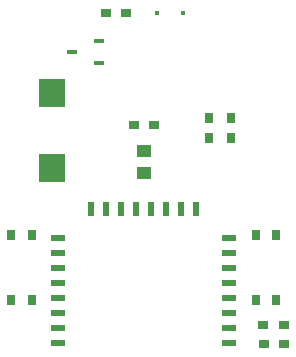
<source format=gbr>
G04 DipTrace 3.2.0.1*
G04 BottomPaste.gbr*
%MOIN*%
G04 #@! TF.FileFunction,Paste,Bot*
G04 #@! TF.Part,Single*
%ADD47R,0.029528X0.035433*%
%ADD49R,0.051181X0.019685*%
%ADD51R,0.019685X0.051181*%
%ADD63R,0.033465X0.017717*%
%ADD65R,0.015748X0.015748*%
%ADD67R,0.051181X0.043307*%
%ADD69R,0.086614X0.094488*%
%ADD71R,0.035433X0.031496*%
%ADD73R,0.031496X0.035433*%
%FSLAX26Y26*%
G04*
G70*
G90*
G75*
G01*
G04 BotPaste*
%LPD*%
D73*
X216946Y635568D3*
Y568639D3*
D71*
X465993Y-54694D3*
X399064D3*
D69*
X-306919Y721218D3*
Y469236D3*
D67*
X-417Y452264D3*
Y527067D3*
D65*
X129680Y985823D3*
X43066D3*
D63*
X-147833Y893759D3*
Y818955D3*
X-238385Y856357D3*
D73*
X291196Y636280D3*
Y569350D3*
D71*
X-31698Y612493D3*
X35231D3*
X467416Y-115720D3*
X400487D3*
X-59610Y985885D3*
X-126539D3*
D51*
X-174803Y334646D3*
X-124803D3*
X-74803D3*
X-24803D3*
X25197D3*
X75197D3*
X125197D3*
X175197D3*
D49*
X285433Y237795D3*
Y187795D3*
Y137795D3*
Y87795D3*
Y37795D3*
Y-12205D3*
Y-62205D3*
Y-112205D3*
X-285433Y237795D3*
Y187795D3*
Y137795D3*
Y87795D3*
Y37795D3*
Y-12205D3*
Y-62205D3*
Y-112205D3*
D47*
X374016Y248228D3*
X440945D3*
X374016Y29724D3*
X440945D3*
X-440945Y248228D3*
X-374016D3*
X-440945Y29724D3*
X-374016D3*
M02*

</source>
